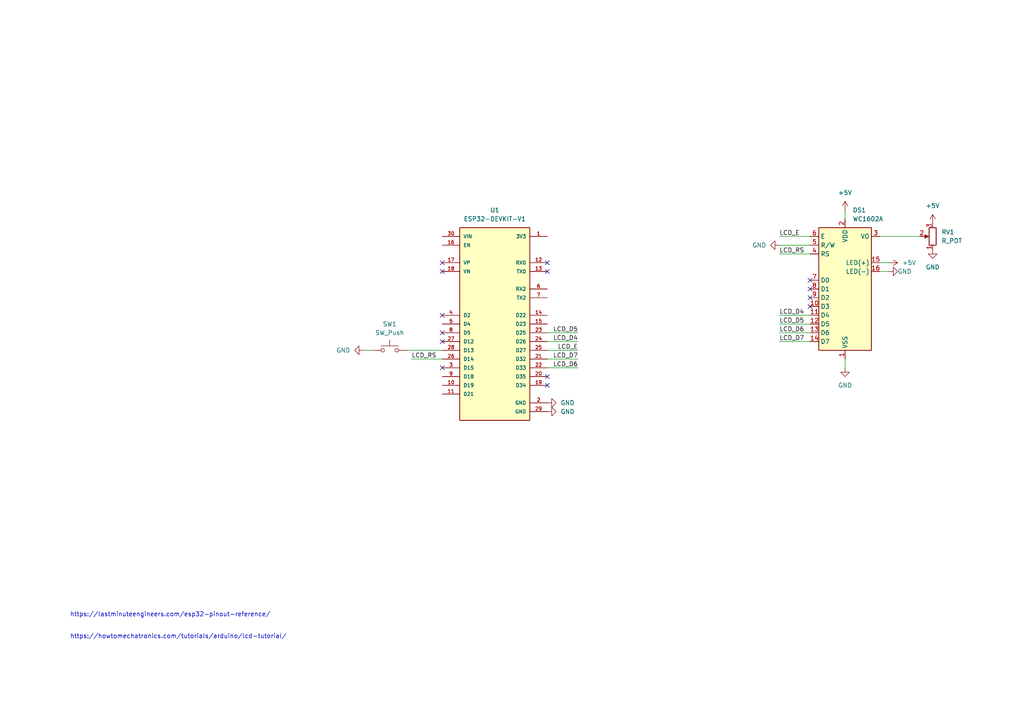
<source format=kicad_sch>
(kicad_sch (version 20230121) (generator eeschema)
  (paper "A4")
  (lib_symbols
    (symbol "Display_Character:WC1602A"
      (property "Reference" "DS" (at -5.842 19.05 0))
      (property "Value" "WC1602A" (at 5.334 19.05 0))
      (symbol "WC1602A_1_1"
        (rectangle (start -7.62 17.78) (end 7.62 -17.78) (stroke (width 0.254)) (fill (type background)))
        (pin power_in line (at 0 -20.32 90) (length 2.54) (name "VSS") (number "1"))
        (pin input line (at -10.16 -5.08 0) (length 2.54) (name "D3") (number "10"))
        (pin input line (at -10.16 -7.62 0) (length 2.54) (name "D4") (number "11"))
        (pin input line (at -10.16 -10.16 0) (length 2.54) (name "D5") (number "12"))
        (pin input line (at -10.16 -12.7 0) (length 2.54) (name "D6") (number "13"))
        (pin input line (at -10.16 -15.24 0) (length 2.54) (name "D7") (number "14"))
        (pin power_in line (at 10.16 7.62 180) (length 2.54) (name "LED(+)") (number "15"))
        (pin power_in line (at 10.16 5.08 180) (length 2.54) (name "LED(-)") (number "16"))
        (pin power_in line (at 0 20.32 270) (length 2.54) (name "VDD") (number "2"))
        (pin input line (at 10.16 15.24 180) (length 2.54) (name "VO") (number "3"))
        (pin input line (at -10.16 10.16 0) (length 2.54) (name "RS") (number "4"))
        (pin input line (at -10.16 12.7 0) (length 2.54) (name "R/W") (number "5"))
        (pin input line (at -10.16 15.24 0) (length 2.54) (name "E") (number "6"))
        (pin input line (at -10.16 2.54 0) (length 2.54) (name "D0") (number "7"))
        (pin input line (at -10.16 0 0) (length 2.54) (name "D1") (number "8"))
        (pin input line (at -10.16 -2.54 0) (length 2.54) (name "D2") (number "9"))
      )
    )
    (symbol "ENAC_robotique:ESP32-DEVKIT-V1" (pin_names (offset 1.016))
      (property "Reference" "U" (at -10.16 30.48 0))
      (property "Value" "ESP32-DEVKIT-V1" (at -10.16 -30.48 0))
      (symbol "ESP32-DEVKIT-V1_0_0"
        (rectangle (start -10.16 -27.94) (end 10.16 27.94) (stroke (width 0.254)) (fill (type background)))
        (pin output line (at 15.24 25.4 180) (length 5.08) (name "3V3") (number "1"))
        (pin bidirectional line (at -15.24 -17.78 0) (length 5.08) (name "D19") (number "10"))
        (pin bidirectional line (at -15.24 -20.32 0) (length 5.08) (name "D21") (number "11"))
        (pin input line (at 15.24 17.78 180) (length 5.08) (name "RX0") (number "12"))
        (pin output line (at 15.24 15.24 180) (length 5.08) (name "TX0") (number "13"))
        (pin bidirectional line (at 15.24 2.54 180) (length 5.08) (name "D22") (number "14"))
        (pin bidirectional line (at 15.24 0 180) (length 5.08) (name "D23") (number "15"))
        (pin input line (at -15.24 22.86 0) (length 5.08) (name "EN") (number "16"))
        (pin bidirectional line (at -15.24 17.78 0) (length 5.08) (name "VP") (number "17"))
        (pin bidirectional line (at -15.24 15.24 0) (length 5.08) (name "VN") (number "18"))
        (pin bidirectional line (at 15.24 -17.78 180) (length 5.08) (name "D34") (number "19"))
        (pin power_in line (at 15.24 -22.86 180) (length 5.08) (name "GND") (number "2"))
        (pin bidirectional line (at 15.24 -15.24 180) (length 5.08) (name "D35") (number "20"))
        (pin bidirectional line (at 15.24 -10.16 180) (length 5.08) (name "D32") (number "21"))
        (pin bidirectional line (at 15.24 -12.7 180) (length 5.08) (name "D33") (number "22"))
        (pin bidirectional line (at 15.24 -2.54 180) (length 5.08) (name "D25") (number "23"))
        (pin bidirectional line (at 15.24 -5.08 180) (length 5.08) (name "D26") (number "24"))
        (pin bidirectional line (at 15.24 -7.62 180) (length 5.08) (name "D27") (number "25"))
        (pin bidirectional line (at -15.24 -10.16 0) (length 5.08) (name "D14") (number "26"))
        (pin bidirectional line (at -15.24 -5.08 0) (length 5.08) (name "D12") (number "27"))
        (pin bidirectional line (at -15.24 -7.62 0) (length 5.08) (name "D13") (number "28"))
        (pin power_in line (at 15.24 -25.4 180) (length 5.08) (name "GND") (number "29"))
        (pin bidirectional line (at -15.24 -12.7 0) (length 5.08) (name "D15") (number "3"))
        (pin input line (at -15.24 25.4 0) (length 5.08) (name "VIN") (number "30"))
        (pin bidirectional line (at -15.24 2.54 0) (length 5.08) (name "D2") (number "4"))
        (pin bidirectional line (at -15.24 0 0) (length 5.08) (name "D4") (number "5"))
        (pin input line (at 15.24 10.16 180) (length 5.08) (name "RX2") (number "6"))
        (pin output line (at 15.24 7.62 180) (length 5.08) (name "TX2") (number "7"))
        (pin bidirectional line (at -15.24 -2.54 0) (length 5.08) (name "D5") (number "8"))
        (pin bidirectional line (at -15.24 -15.24 0) (length 5.08) (name "D18") (number "9"))
      )
    )
    (symbol "ENAC_robotique:R_POT" (pin_names (offset 1.016) hide)
      (property "Reference" "RV" (at -4.445 0 90))
      (property "Value" "R_POT" (at -2.54 0 90))
      (symbol "R_POT_0_1"
        (polyline (pts (xy 2.54 0) (xy 1.524 0)))
        (polyline (pts (xy 1.143 0) (xy 2.286 0.508) (xy 2.286 -0.508) (xy 1.143 0)) (fill (type outline)))
        (rectangle (start 1.016 2.54) (end -1.016 -2.54) (stroke (width 0.254)))
      )
      (symbol "R_POT_1_1"
        (pin passive line (at 0 3.81 270) (length 1.27) (name "1") (number "1"))
        (pin passive line (at 3.81 0 180) (length 1.27) (name "2") (number "2"))
        (pin passive line (at 0 -3.81 90) (length 1.27) (name "3") (number "3"))
      )
    )
    (symbol "Switch:SW_Push" (pin_numbers hide) (pin_names (offset 1.016) hide)
      (property "Reference" "SW" (at 1.27 2.54 0))
      (property "Value" "SW_Push" (at 0 -1.524 0))
      (symbol "SW_Push_0_1"
        (circle (center -2.032 0) (radius 0.508))
        (polyline (pts (xy 0 1.27) (xy 0 3.048)))
        (polyline (pts (xy 2.54 1.27) (xy -2.54 1.27)))
        (circle (center 2.032 0) (radius 0.508))
        (pin passive line (at -5.08 0 0) (length 2.54) (name "1") (number "1"))
        (pin passive line (at 5.08 0 180) (length 2.54) (name "2") (number "2"))
      )
    )
    (symbol "power:+5V" (power) (pin_names (offset 0))
      (property "Value" "+5V" (at 0 3.556 0))
      (symbol "+5V_0_1"
        (polyline (pts (xy -0.762 1.27) (xy 0 2.54)))
        (polyline (pts (xy 0 0) (xy 0 2.54)))
        (polyline (pts (xy 0 2.54) (xy 0.762 1.27)))
      )
      (symbol "+5V_1_1"
        (pin power_in line (at 0 0 90) (length 0) hide (name "+5V") (number "1"))
      )
    )
    (symbol "power:GND" (power) (pin_names (offset 0))
      (property "Value" "GND" (at 0 -3.81 0))
      (symbol "GND_0_1"
        (polyline (pts (xy 0 0) (xy 0 -1.27) (xy 1.27 -1.27) (xy 0 -2.54) (xy -1.27 -1.27) (xy 0 -1.27)))
      )
      (symbol "GND_1_1"
        (pin power_in line (at 0 0 270) (length 0) hide (name "GND") (number "1"))
      )
    )
  )
  (no_connect (at 158.75 78.74))
  (no_connect (at 158.75 109.22))
  (no_connect (at 158.75 111.76))
  (no_connect (at 158.75 76.2))
  (no_connect (at 234.95 83.82))
  (no_connect (at 128.27 76.2))
  (no_connect (at 234.95 81.28))
  (no_connect (at 128.27 106.68))
  (no_connect (at 128.27 91.44))
  (no_connect (at 234.95 88.9))
  (no_connect (at 128.27 78.74))
  (no_connect (at 234.95 86.36))
  (no_connect (at 128.27 96.52))
  (no_connect (at 128.27 99.06))
  (wire (pts (xy 226.06 91.44) (xy 234.95 91.44)))
  (wire (pts (xy 226.06 96.52) (xy 234.95 96.52)))
  (wire (pts (xy 158.75 96.52) (xy 167.64 96.52)))
  (wire (pts (xy 255.27 68.58) (xy 266.7 68.58)))
  (wire (pts (xy 226.06 68.58) (xy 234.95 68.58)))
  (wire (pts (xy 245.11 104.14) (xy 245.11 106.68)))
  (wire (pts (xy 158.75 104.14) (xy 167.64 104.14)))
  (wire (pts (xy 118.11 101.6) (xy 128.27 101.6)))
  (wire (pts (xy 226.06 73.66) (xy 234.95 73.66)))
  (wire (pts (xy 245.11 60.96) (xy 245.11 63.5)))
  (wire (pts (xy 158.75 101.6) (xy 167.64 101.6)))
  (wire (pts (xy 158.75 99.06) (xy 167.64 99.06)))
  (wire (pts (xy 255.27 76.2) (xy 257.81 76.2)))
  (wire (pts (xy 226.06 99.06) (xy 234.95 99.06)))
  (wire (pts (xy 226.06 71.12) (xy 234.95 71.12)))
  (wire (pts (xy 119.38 104.14) (xy 128.27 104.14)))
  (wire (pts (xy 105.41 101.6) (xy 107.95 101.6)))
  (wire (pts (xy 255.27 78.74) (xy 257.81 78.74)))
  (wire (pts (xy 158.75 106.68) (xy 167.64 106.68)))
  (wire (pts (xy 226.06 93.98) (xy 234.95 93.98)))
  (text "https://lastminuteengineers.com/esp32-pinout-reference/" (at 20.32 179.07 0) (effects (font (size 1.27 1.27)) (justify left bottom)))
  (text "https://howtomechatronics.com/tutorials/arduino/lcd-tutorial/" (at 20.32 185.42 0) (effects (font (size 1.27 1.27)) (justify left bottom)))
  (label "LCD_RS" (at 226.06 73.66 0))
  (label "LCD_D6" (at 226.06 96.52 0))
  (label "LCD_D4" (at 226.06 91.44 0))
  (label "LCD_D6" (at 167.64 106.68 180))
  (label "LCD_D5" (at 167.64 96.52 180))
  (label "LCD_RS" (at 119.38 104.14 0))
  (label "LCD_D4" (at 167.64 99.06 180))
  (label "LCD_E" (at 167.64 101.6 180))
  (label "LCD_E" (at 226.06 68.58 0))
  (label "LCD_D5" (at 226.06 93.98 0))
  (label "LCD_D7" (at 226.06 99.06 0))
  (label "LCD_D7" (at 167.64 104.14 180))
  (symbol (lib_id "ENAC_robotique:ESP32-DEVKIT-V1") (at 143.51 93.98 0) (unit 1)
    (property "Reference" "U1" (at 143.51 60.96 0))
    (property "Value" "ESP32-DEVKIT-V1" (at 143.51 63.5 0))
    (property "Footprint" "ENAC_robotique:MODULE_ESP32_DEVKIT_V1" (effects hide))
    (property "STANDARD" "Manufacturer Recommendations" (effects hide))
    (property "MANUFACTURER" "DOIT" (effects hide))
    (property "MAXIMUM_PACKAGE_HEIGHT" "6.8 mm" (effects hide))
    (property "PARTREV" "N/A" (effects hide))
  )
  (symbol (lib_id "power:GND") (at 245.11 106.68 0) (unit 1)
    (property "Reference" "#PWR02" (effects hide))
    (property "Value" "GND" (at 245.11 111.76 0))
  )
  (symbol (lib_id "power:+5V") (at 257.81 76.2 270) (unit 1)
    (property "Reference" "#PWR06" (effects hide))
    (property "Value" "+5V" (at 261.62 76.2 90) (effects (justify left)))
  )
  (symbol (lib_id "power:+5V") (at 245.11 60.96 0) (unit 1)
    (property "Reference" "#PWR05" (effects hide))
    (property "Value" "+5V" (at 245.11 55.88 0))
  )
  (symbol (lib_id "power:GND") (at 226.06 71.12 270) (unit 1)
    (property "Reference" "#PWR01" (effects hide))
    (property "Value" "GND" (at 222.25 71.12 90) (effects (justify right)))
  )
  (symbol (lib_id "power:GND") (at 257.81 78.74 90) (unit 1)
    (property "Reference" "#PWR04" (effects hide))
    (property "Value" "GND" (at 260.35 78.74 90) (effects (justify right)))
  )
  (symbol (lib_id "ENAC_robotique:R_POT") (at 270.51 68.58 180) (unit 1)
    (property "Reference" "RV1" (at 273.05 67.31 0) (effects (justify right)))
    (property "Value" "R_POT" (at 273.05 69.85 0) (effects (justify right)))
    (property "Footprint" "ENAC_robotique:TS53YL" (effects hide))
  )
  (symbol (lib_id "Display_Character:WC1602A") (at 245.11 83.82 0) (unit 1)
    (property "Reference" "DS1" (at 247.3041 60.96 0) (effects (justify left)))
    (property "Value" "WC1602A" (at 247.3041 63.5 0) (effects (justify left)))
    (property "Footprint" "Display:WC1602A" (effects hide))
    (property "Datasheet" "http://www.wincomlcd.com/pdf/WC1602A-SFYLYHTC06.pdf" (effects hide))
  )
  (symbol (lib_id "power:GND") (at 270.51 72.39 0) (unit 1)
    (property "Reference" "#PWR03" (effects hide))
    (property "Value" "GND" (at 270.51 77.47 0))
  )
  (symbol (lib_id "power:GND") (at 158.75 116.84 90) (unit 1)
    (property "Reference" "#PWR010" (effects hide))
    (property "Value" "GND" (at 162.56 116.84 90) (effects (justify right)))
  )
  (symbol (lib_id "power:GND") (at 158.75 119.38 90) (unit 1)
    (property "Reference" "#PWR09" (effects hide))
    (property "Value" "GND" (at 162.56 119.38 90) (effects (justify right)))
  )
  (symbol (lib_id "power:GND") (at 105.41 101.6 270) (unit 1)
    (property "Reference" "#PWR08" (effects hide))
    (property "Value" "GND" (at 101.6 101.6 90) (effects (justify right)))
  )
  (symbol (lib_id "power:+5V") (at 270.51 64.77 0) (unit 1)
    (property "Reference" "#PWR07" (effects hide))
    (property "Value" "+5V" (at 270.51 59.69 0))
  )
  (symbol (lib_id "Switch:SW_Push") (at 113.03 101.6 0) (unit 1)
    (property "Reference" "SW1" (at 113.03 93.98 0))
    (property "Value" "SW_Push" (at 113.03 96.52 0))
  )
)
</source>
